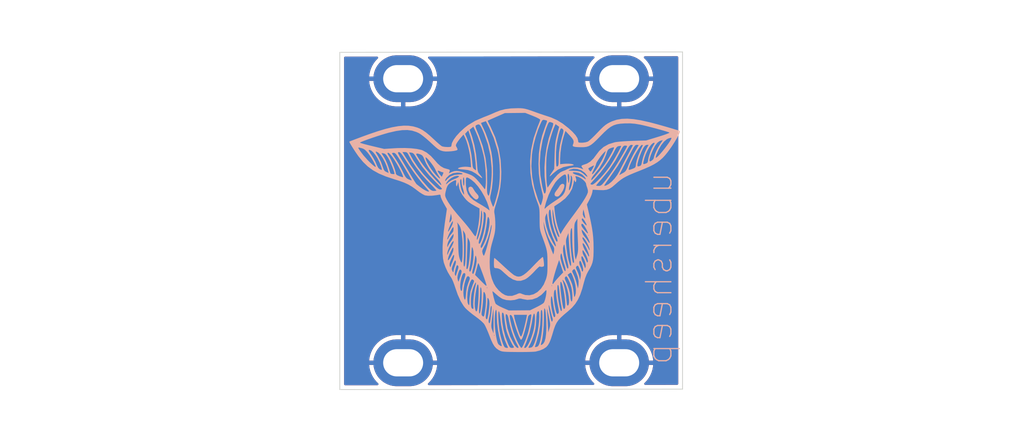
<source format=kicad_pcb>
(kicad_pcb (version 20211014) (generator pcbnew)
  (title_block (title "ClockBlink Panel 8HP 1U") (date "2022-02-16") (rev "0"))
  (layers (0 "F.Cu" signal) (31 "B.Cu" signal) (34 "B.Paste" user) (35 "F.Paste" user) (36 "B.SilkS" user "B.Silkscreen") (37 "F.SilkS" user "F.Silkscreen") (38 "B.Mask" user) (39 "F.Mask" user) (44 "Edge.Cuts" user))
  (net 0 "")
  (net 1 "GND")
  (footprint "MountingHole:MountingHole_3.2mm_M3_IntellijelOval_Pad" (layer "F.Cu") (at 44.8 15.2)
    (fp_text reference "H2" hide)
    (fp_text value "MountingHole_Pad")
    (pad "1" thru_hole oval (at 0 0) (size 7 5.5) (drill oval 4.7 3.2) (layers *.Cu *.Mask) (net 1 "GND"))
  )
  (footprint "MountingHole:MountingHole_3.2mm_M3_IntellijelOval_Pad" (layer "F.Cu") (at 19.4 15.2)
    (fp_text reference "H3" hide)
    (fp_text value "MountingHole_Pad")
    (pad "1" thru_hole oval (at 0 0) (size 7 5.5) (drill oval 4.7 3.2) (layers *.Cu *.Mask) (net 1 "GND"))
  )
  (footprint "ArtworkFootprints:Sheep" (layer "F.Cu") (at 32.144627 31.276558)
    (fp_text reference "G***" hide)
    (fp_text value "LOGO" hide)
  )
  (footprint "MountingHole:MountingHole_3.2mm_M3_IntellijelOval_Pad" (layer "F.Cu") (at 19.4 48.6)
    (fp_text reference "H4" hide)
    (fp_text value "MountingHole_Pad")
    (pad "1" thru_hole oval (at 0 0) (size 7 5.5) (drill oval 4.7 3.2) (layers *.Cu *.Mask) (net 1 "GND"))
  )
  (footprint "MountingHole:MountingHole_3.2mm_M3_IntellijelOval_Pad" (layer "F.Cu") (at 44.8 48.6)
    (fp_text reference "H1" hide)
    (fp_text value "MountingHole_Pad")
    (pad "1" thru_hole oval (at 0 0) (size 7 5.5) (drill oval 4.7 3.2) (layers *.Cu *.Mask) (net 1 "GND"))
  )
  (footprint "ArtworkFootprints:Sheep" (layer "B.Cu") (at 31.355373 31.276558 180)
    (fp_text reference "G***" hide)
    (fp_text value "LOGO" hide)
  )
  (footprint "ArtworkFootprints:SheepSilk" (layer "B.Cu") (at 32.355373 31.276558 180)
    (fp_text reference "G***" hide)
    (fp_text value "LOGO" hide)
  )
  (gr_line locked (start 11.95 12.1) (end 11.95 51.75) (layer "Edge.Cuts") (width 0.1))
  (gr_line locked (start 52.25 12.05) (end 11.95 12.1) (layer "Edge.Cuts") (width 0.1))
  (gr_line locked (start 11.95 51.75) (end 52.25 51.7) (layer "Edge.Cuts") (width 0.1))
  (gr_line locked (start 52.25 51.7) (end 52.25 12.05) (layer "Edge.Cuts") (width 0.1))
  (gr_text "ubersheep" (at 49.5 37.5 90) (layer "B.SilkS") (effects (font (size 3 3)) (justify mirror)))
  (zone (net 1) (net_name "GND") (layer "F.Cu") (connect_pads (clearance 0.508)) (min_thickness 0.254) (fill yes (thermal_gap 0.508) (thermal_bridge_width 0.508))
    (polygon (pts (xy 52 52) (xy 12 52) (xy 12 12) (xy 52 12)))
  )
  (zone (net 1) (net_name "GND") (layer "B.Cu") (connect_pads (clearance 0.508)) (min_thickness 0.254) (fill yes (thermal_gap 0.508) (thermal_bridge_width 0.508))
    (polygon (pts (xy 52 52) (xy 12 52) (xy 12 12) (xy 52 12)))
  )
)
</source>
